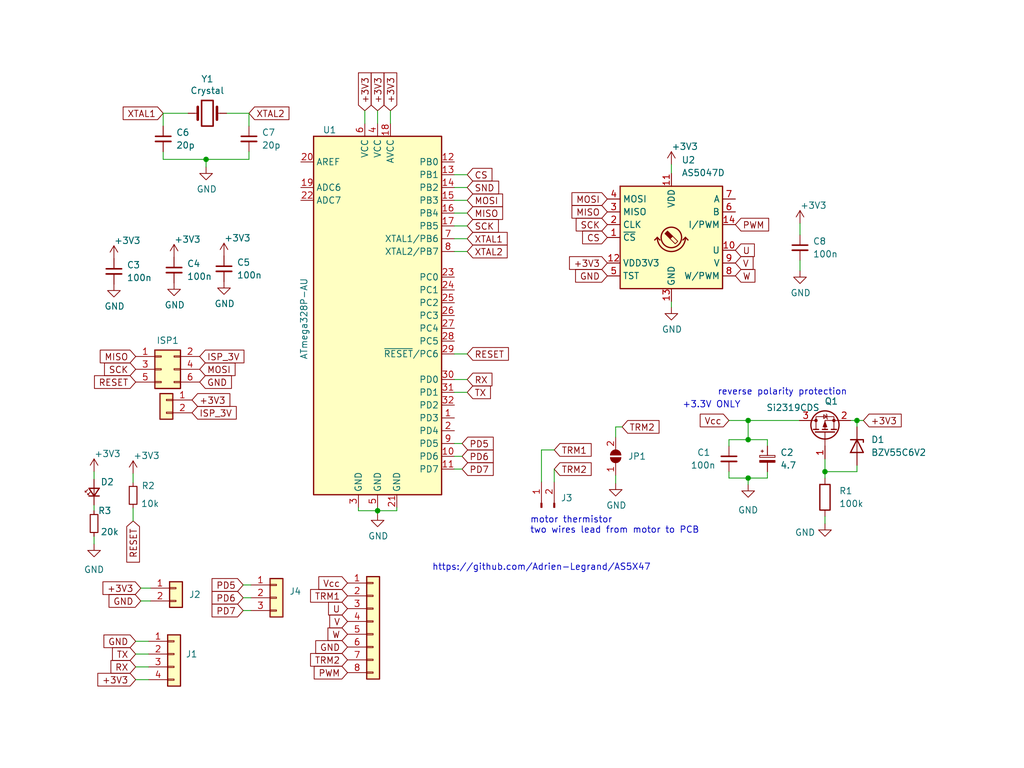
<source format=kicad_sch>
(kicad_sch (version 20211123) (generator eeschema)
  (paper "User" 203.2 152.4)
  (lib_symbols
    (symbol "Connector:Conn_01x02_Male" (pin_names (offset 1.016) hide)
      (property "Reference" "J" (at 0 2.54 0))
      (property "Value" "Conn_01x02_Male" (at 0 -5.08 0))
      (symbol "Conn_01x02_Male_1_1"
        (polyline (pts (xy 1.27 -2.54) (xy 0.8636 -2.54)) (stroke (width 0.1524)))
        (polyline (pts (xy 1.27 0) (xy 0.8636 0)) (stroke (width 0.1524)))
        (rectangle (start 0.8636 -2.413) (end 0 -2.667) (stroke (width 0.1524)) (fill (type outline)))
        (rectangle (start 0.8636 0.127) (end 0 -0.127) (stroke (width 0.1524)) (fill (type outline)))
        (pin passive line (at 5.08 0 180) (length 3.81) (name "Pin_1") (number "1"))
        (pin passive line (at 5.08 -2.54 180) (length 3.81) (name "Pin_2") (number "2"))
      )
    )
    (symbol "Connector_Generic:Conn_01x02" (pin_names (offset 1.016) hide)
      (property "Reference" "J" (at 0 2.54 0))
      (property "Value" "Conn_01x02" (at 0 -5.08 0))
      (symbol "Conn_01x02_1_1"
        (rectangle (start -1.27 -2.413) (end 0 -2.667) (stroke (width 0.1524)))
        (rectangle (start -1.27 0.127) (end 0 -0.127) (stroke (width 0.1524)))
        (rectangle (start -1.27 1.27) (end 1.27 -3.81) (stroke (width 0.254)) (fill (type background)))
        (pin passive line (at -5.08 0 0) (length 3.81) (name "Pin_1") (number "1"))
        (pin passive line (at -5.08 -2.54 0) (length 3.81) (name "Pin_2") (number "2"))
      )
    )
    (symbol "Connector_Generic:Conn_01x03" (pin_names (offset 1.016) hide)
      (property "Reference" "J" (at 0 5.08 0))
      (property "Value" "Conn_01x03" (at 0 -5.08 0))
      (symbol "Conn_01x03_1_1"
        (rectangle (start -1.27 -2.413) (end 0 -2.667) (stroke (width 0.1524)))
        (rectangle (start -1.27 0.127) (end 0 -0.127) (stroke (width 0.1524)))
        (rectangle (start -1.27 2.667) (end 0 2.413) (stroke (width 0.1524)))
        (rectangle (start -1.27 3.81) (end 1.27 -3.81) (stroke (width 0.254)) (fill (type background)))
        (pin passive line (at -5.08 2.54 0) (length 3.81) (name "Pin_1") (number "1"))
        (pin passive line (at -5.08 0 0) (length 3.81) (name "Pin_2") (number "2"))
        (pin passive line (at -5.08 -2.54 0) (length 3.81) (name "Pin_3") (number "3"))
      )
    )
    (symbol "Connector_Generic:Conn_01x04" (pin_names (offset 1.016) hide)
      (property "Reference" "J" (at 0 5.08 0))
      (property "Value" "Conn_01x04" (at 0 -7.62 0))
      (symbol "Conn_01x04_1_1"
        (rectangle (start -1.27 -4.953) (end 0 -5.207) (stroke (width 0.1524)))
        (rectangle (start -1.27 -2.413) (end 0 -2.667) (stroke (width 0.1524)))
        (rectangle (start -1.27 0.127) (end 0 -0.127) (stroke (width 0.1524)))
        (rectangle (start -1.27 2.667) (end 0 2.413) (stroke (width 0.1524)))
        (rectangle (start -1.27 3.81) (end 1.27 -6.35) (stroke (width 0.254)) (fill (type background)))
        (pin passive line (at -5.08 2.54 0) (length 3.81) (name "Pin_1") (number "1"))
        (pin passive line (at -5.08 0 0) (length 3.81) (name "Pin_2") (number "2"))
        (pin passive line (at -5.08 -2.54 0) (length 3.81) (name "Pin_3") (number "3"))
        (pin passive line (at -5.08 -5.08 0) (length 3.81) (name "Pin_4") (number "4"))
      )
    )
    (symbol "Connector_Generic:Conn_01x08" (pin_names (offset 1.016) hide)
      (property "Reference" "J" (at 0 10.16 0))
      (property "Value" "Conn_01x08" (at 0 -12.7 0))
      (symbol "Conn_01x08_1_1"
        (rectangle (start -1.27 -10.033) (end 0 -10.287) (stroke (width 0.1524)))
        (rectangle (start -1.27 -7.493) (end 0 -7.747) (stroke (width 0.1524)))
        (rectangle (start -1.27 -4.953) (end 0 -5.207) (stroke (width 0.1524)))
        (rectangle (start -1.27 -2.413) (end 0 -2.667) (stroke (width 0.1524)))
        (rectangle (start -1.27 0.127) (end 0 -0.127) (stroke (width 0.1524)))
        (rectangle (start -1.27 2.667) (end 0 2.413) (stroke (width 0.1524)))
        (rectangle (start -1.27 5.207) (end 0 4.953) (stroke (width 0.1524)))
        (rectangle (start -1.27 7.747) (end 0 7.493) (stroke (width 0.1524)))
        (rectangle (start -1.27 8.89) (end 1.27 -11.43) (stroke (width 0.254)) (fill (type background)))
        (pin passive line (at -5.08 7.62 0) (length 3.81) (name "Pin_1") (number "1"))
        (pin passive line (at -5.08 5.08 0) (length 3.81) (name "Pin_2") (number "2"))
        (pin passive line (at -5.08 2.54 0) (length 3.81) (name "Pin_3") (number "3"))
        (pin passive line (at -5.08 0 0) (length 3.81) (name "Pin_4") (number "4"))
        (pin passive line (at -5.08 -2.54 0) (length 3.81) (name "Pin_5") (number "5"))
        (pin passive line (at -5.08 -5.08 0) (length 3.81) (name "Pin_6") (number "6"))
        (pin passive line (at -5.08 -7.62 0) (length 3.81) (name "Pin_7") (number "7"))
        (pin passive line (at -5.08 -10.16 0) (length 3.81) (name "Pin_8") (number "8"))
      )
    )
    (symbol "Connector_Generic:Conn_02x03_Odd_Even" (pin_names (offset 1.016) hide)
      (property "Reference" "ISP1" (at 1.27 5.715 0))
      (symbol "Conn_02x03_Odd_Even_1_1"
        (rectangle (start -1.27 -2.413) (end 0 -2.667) (stroke (width 0.1524)))
        (rectangle (start -1.27 0.127) (end 0 -0.127) (stroke (width 0.1524)))
        (rectangle (start -1.27 2.667) (end 0 2.413) (stroke (width 0.1524)))
        (rectangle (start -1.27 3.81) (end 3.81 -3.81) (stroke (width 0.254)) (fill (type background)))
        (rectangle (start 3.81 -2.413) (end 2.54 -2.667) (stroke (width 0.1524)))
        (rectangle (start 3.81 0.127) (end 2.54 -0.127) (stroke (width 0.1524)))
        (rectangle (start 3.81 2.667) (end 2.54 2.413) (stroke (width 0.1524)))
        (pin passive line (at -5.08 2.54 0) (length 3.81) (name "Pin_1") (number "1"))
        (pin passive line (at 7.62 2.54 180) (length 3.81) (name "Pin_2") (number "2"))
        (pin passive line (at -5.08 0 0) (length 3.81) (name "Pin_3") (number "3"))
        (pin passive line (at 7.62 0 180) (length 3.81) (name "Pin_4") (number "4"))
        (pin passive line (at -5.08 -2.54 0) (length 3.81) (name "Pin_5") (number "5"))
        (pin passive line (at 7.62 -2.54 180) (length 3.81) (name "Pin_6") (number "6"))
      )
    )
    (symbol "Device:C_Polarized_Small" (pin_numbers hide) (pin_names (offset 0.254) hide)
      (property "Reference" "C" (at 0.254 1.778 0))
      (property "Value" "C_Polarized_Small" (at 0.254 -2.032 0))
      (symbol "C_Polarized_Small_0_1"
        (rectangle (start -1.524 -0.3048) (end 1.524 -0.6858) (fill (type outline)))
        (rectangle (start -1.524 0.6858) (end 1.524 0.3048))
        (polyline (pts (xy -1.27 1.524) (xy -0.762 1.524)))
        (polyline (pts (xy -1.016 1.27) (xy -1.016 1.778)))
      )
      (symbol "C_Polarized_Small_1_1"
        (pin passive line (at 0 2.54 270) (length 1.8542) (name "~") (number "1"))
        (pin passive line (at 0 -2.54 90) (length 1.8542) (name "~") (number "2"))
      )
    )
    (symbol "Device:C_Small" (pin_numbers hide) (pin_names (offset 0.254) hide)
      (property "Reference" "C" (at 0.254 1.778 0))
      (property "Value" "C_Small" (at 0.254 -2.032 0))
      (symbol "C_Small_0_1"
        (polyline (pts (xy -1.524 -0.508) (xy 1.524 -0.508)) (stroke (width 0.3302)))
        (polyline (pts (xy -1.524 0.508) (xy 1.524 0.508)) (stroke (width 0.3048)))
      )
      (symbol "C_Small_1_1"
        (pin passive line (at 0 2.54 270) (length 2.032) (name "~") (number "1"))
        (pin passive line (at 0 -2.54 90) (length 2.032) (name "~") (number "2"))
      )
    )
    (symbol "Device:Crystal" (pin_numbers hide) (pin_names (offset 1.016) hide)
      (property "Reference" "Y" (at 0 3.81 0))
      (property "Value" "Crystal" (at 0 -3.81 0))
      (symbol "Crystal_0_1"
        (rectangle (start -1.143 2.54) (end 1.143 -2.54) (stroke (width 0.3048)))
        (polyline (pts (xy -2.54 0) (xy -1.905 0)))
        (polyline (pts (xy -1.905 -1.27) (xy -1.905 1.27)) (stroke (width 0.508)))
        (polyline (pts (xy 1.905 -1.27) (xy 1.905 1.27)) (stroke (width 0.508)))
        (polyline (pts (xy 2.54 0) (xy 1.905 0)))
      )
      (symbol "Crystal_1_1"
        (pin passive line (at -3.81 0 0) (length 1.27) (name "1") (number "1"))
        (pin passive line (at 3.81 0 180) (length 1.27) (name "2") (number "2"))
      )
    )
    (symbol "Device:LED_Small" (pin_numbers hide) (pin_names (offset 0.254) hide)
      (property "Reference" "D" (at -1.27 3.175 0))
      (property "Value" "LED_Small" (at -4.445 -2.54 0))
      (symbol "LED_Small_0_1"
        (polyline (pts (xy -0.762 -1.016) (xy -0.762 1.016)) (stroke (width 0.254)))
        (polyline (pts (xy 1.016 0) (xy -0.762 0)))
        (polyline (pts (xy 0.762 -1.016) (xy -0.762 0) (xy 0.762 1.016) (xy 0.762 -1.016)) (stroke (width 0.254)))
        (polyline (pts (xy 0 0.762) (xy -0.508 1.27) (xy -0.254 1.27) (xy -0.508 1.27) (xy -0.508 1.016)))
        (polyline (pts (xy 0.508 1.27) (xy 0 1.778) (xy 0.254 1.778) (xy 0 1.778) (xy 0 1.524)))
      )
      (symbol "LED_Small_1_1"
        (pin passive line (at -2.54 0 0) (length 1.778) (name "K") (number "1"))
        (pin passive line (at 2.54 0 180) (length 1.778) (name "A") (number "2"))
      )
    )
    (symbol "Device:R" (pin_numbers hide) (pin_names (offset 0))
      (property "Reference" "R" (at 2.032 0 90))
      (property "Value" "R" (at 0 0 90))
      (symbol "R_0_1"
        (rectangle (start -1.016 -2.54) (end 1.016 2.54) (stroke (width 0.254)))
      )
      (symbol "R_1_1"
        (pin passive line (at 0 3.81 270) (length 1.27) (name "~") (number "1"))
        (pin passive line (at 0 -3.81 90) (length 1.27) (name "~") (number "2"))
      )
    )
    (symbol "Device:R_Small" (pin_numbers hide) (pin_names (offset 0.254) hide)
      (property "Reference" "R" (at 0.762 0.508 0))
      (property "Value" "R_Small" (at 0.762 -1.016 0))
      (symbol "R_Small_0_1"
        (rectangle (start -0.762 1.778) (end 0.762 -1.778) (stroke (width 0.2032)))
      )
      (symbol "R_Small_1_1"
        (pin passive line (at 0 2.54 270) (length 0.762) (name "~") (number "1"))
        (pin passive line (at 0 -2.54 90) (length 0.762) (name "~") (number "2"))
      )
    )
    (symbol "Diode:BZV55B10" (pin_numbers hide) (pin_names hide)
      (property "Reference" "D" (at 0 2.54 0))
      (property "Value" "BZV55B10" (at 0 -2.54 0))
      (symbol "BZV55B10_0_1"
        (polyline (pts (xy 1.27 0) (xy -1.27 0)))
        (polyline (pts (xy -1.27 -1.27) (xy -1.27 1.27) (xy -0.762 1.27)) (stroke (width 0.254)))
        (polyline (pts (xy 1.27 -1.27) (xy 1.27 1.27) (xy -1.27 0) (xy 1.27 -1.27)) (stroke (width 0.254)))
      )
      (symbol "BZV55B10_1_1"
        (pin passive line (at -3.81 0 0) (length 2.54) (name "K") (number "1"))
        (pin passive line (at 3.81 0 180) (length 2.54) (name "A") (number "2"))
      )
    )
    (symbol "Jumper:SolderJumper_2_Open" (pin_names (offset 0) hide)
      (property "Reference" "JP" (at 0 2.032 0))
      (property "Value" "SolderJumper_2_Open" (at 0 -2.54 0))
      (symbol "SolderJumper_2_Open_0_1"
        (arc (start -0.254 1.016) (mid -1.27 0) (end -0.254 -1.016))
        (arc (start -0.254 1.016) (mid -1.27 0) (end -0.254 -1.016) (fill (type outline)))
        (polyline (pts (xy -0.254 1.016) (xy -0.254 -1.016)))
        (polyline (pts (xy 0.254 1.016) (xy 0.254 -1.016)))
        (arc (start 0.254 -1.016) (mid 1.27 0) (end 0.254 1.016))
        (arc (start 0.254 -1.016) (mid 1.27 0) (end 0.254 1.016) (fill (type outline)))
      )
      (symbol "SolderJumper_2_Open_1_1"
        (pin passive line (at -3.81 0 0) (length 2.54) (name "A") (number "1"))
        (pin passive line (at 3.81 0 180) (length 2.54) (name "B") (number "2"))
      )
    )
    (symbol "Sensor_Magnetic:AS5047D"
      (property "Reference" "U" (at -8.89 11.43 0))
      (property "Value" "AS5047D" (at 5.08 11.43 0))
      (symbol "AS5047D_1_1"
        (rectangle (start -10.16 10.16) (end 10.16 -10.16) (stroke (width 0.254)) (fill (type background)))
        (arc (start -2.794 0) (mid 0 -2.794) (end 2.794 0) (stroke (width 0.254)))
        (polyline (pts (xy -2.794 0) (xy -3.302 -0.508)) (stroke (width 0.254)))
        (polyline (pts (xy -2.794 0) (xy -2.286 -0.508)) (stroke (width 0.254)))
        (polyline (pts (xy 2.794 0) (xy 2.286 -0.508)) (stroke (width 0.254)))
        (polyline (pts (xy 2.794 0) (xy 3.302 -0.508)) (stroke (width 0.254)))
        (polyline (pts (xy 0.254 0.254) (xy 1.27 -0.762) (xy 0.762 -1.27) (xy -0.254 -0.254)))
        (polyline (pts (xy -0.762 1.27) (xy 0.254 0.254) (xy -0.254 -0.254) (xy -1.27 0.762) (xy -1.016 1.016) (xy -0.762 1.27) (xy -0.635 1.143)) (fill (type outline)))
        (circle (center 0 0) (radius 2.032) (stroke (width 0.254)))
        (pin input line (at -12.7 0 0) (length 2.54) (name "~{CS}") (number "1"))
        (pin output line (at 12.7 -2.54 180) (length 2.54) (name "U") (number "10"))
        (pin power_in line (at 0 12.7 270) (length 2.54) (name "VDD") (number "11"))
        (pin power_out line (at -12.7 -5.08 0) (length 2.54) (name "VDD3V3") (number "12"))
        (pin power_in line (at 0 -12.7 90) (length 2.54) (name "GND") (number "13"))
        (pin output line (at 12.7 2.54 180) (length 2.54) (name "I/PWM") (number "14"))
        (pin input line (at -12.7 2.54 0) (length 2.54) (name "CLK") (number "2"))
        (pin output line (at -12.7 5.08 0) (length 2.54) (name "MISO") (number "3"))
        (pin input line (at -12.7 7.62 0) (length 2.54) (name "MOSI") (number "4"))
        (pin input line (at -12.7 -7.62 0) (length 2.54) (name "TST") (number "5"))
        (pin output line (at 12.7 5.08 180) (length 2.54) (name "B") (number "6"))
        (pin output line (at 12.7 7.62 180) (length 2.54) (name "A") (number "7"))
        (pin output line (at 12.7 -7.62 180) (length 2.54) (name "W/PWM") (number "8"))
        (pin output line (at 12.7 -5.08 180) (length 2.54) (name "V") (number "9"))
      )
    )
    (symbol "Transistor_FET:Si2319CDS" (pin_names hide)
      (property "Reference" "Q" (at 5.08 1.905 0))
      (property "Value" "Si2319CDS" (at 5.08 0 0))
      (symbol "Si2319CDS_0_1"
        (polyline (pts (xy 0.254 0) (xy -2.54 0)))
        (polyline (pts (xy 0.254 1.905) (xy 0.254 -1.905)) (stroke (width 0.254)))
        (polyline (pts (xy 0.762 -1.27) (xy 0.762 -2.286)) (stroke (width 0.254)))
        (polyline (pts (xy 0.762 0.508) (xy 0.762 -0.508)) (stroke (width 0.254)))
        (polyline (pts (xy 0.762 2.286) (xy 0.762 1.27)) (stroke (width 0.254)))
        (polyline (pts (xy 2.54 2.54) (xy 2.54 1.778)))
        (polyline (pts (xy 2.54 -2.54) (xy 2.54 0) (xy 0.762 0)))
        (polyline (pts (xy 0.762 1.778) (xy 3.302 1.778) (xy 3.302 -1.778) (xy 0.762 -1.778)))
        (polyline (pts (xy 2.286 0) (xy 1.27 0.381) (xy 1.27 -0.381) (xy 2.286 0)) (fill (type outline)))
        (polyline (pts (xy 2.794 -0.508) (xy 2.921 -0.381) (xy 3.683 -0.381) (xy 3.81 -0.254)))
        (polyline (pts (xy 3.302 -0.381) (xy 2.921 0.254) (xy 3.683 0.254) (xy 3.302 -0.381)))
        (circle (center 1.651 0) (radius 2.794) (stroke (width 0.254)))
        (circle (center 2.54 -1.778) (radius 0.254) (fill (type outline)))
        (circle (center 2.54 1.778) (radius 0.254) (fill (type outline)))
      )
      (symbol "Si2319CDS_1_1"
        (pin input line (at -5.08 0 0) (length 2.54) (name "G") (number "1"))
        (pin passive line (at 2.54 -5.08 90) (length 2.54) (name "S") (number "2"))
        (pin passive line (at 2.54 5.08 270) (length 2.54) (name "D") (number "3"))
      )
    )
    (symbol "atmega328-rescue:ATmega328P-AU-MCU_Microchip_ATmega"
      (property "Reference" "U" (at -12.7 36.83 0))
      (property "Value" "ATmega328P-AU-MCU_Microchip_ATmega" (at 11.43 -36.83 0))
      (symbol "ATmega328P-AU-MCU_Microchip_ATmega_0_1"
        (rectangle (start -12.7 -35.56) (end 12.7 35.56) (stroke (width 0.254)) (fill (type background)))
      )
      (symbol "ATmega328P-AU-MCU_Microchip_ATmega_1_1"
        (pin bidirectional line (at 15.24 -20.32 180) (length 2.54) (name "PD3") (number "1"))
        (pin bidirectional line (at 15.24 -27.94 180) (length 2.54) (name "PD6") (number "10"))
        (pin bidirectional line (at 15.24 -30.48 180) (length 2.54) (name "PD7") (number "11"))
        (pin bidirectional line (at 15.24 30.48 180) (length 2.54) (name "PB0") (number "12"))
        (pin bidirectional line (at 15.24 27.94 180) (length 2.54) (name "PB1") (number "13"))
        (pin bidirectional line (at 15.24 25.4 180) (length 2.54) (name "PB2") (number "14"))
        (pin bidirectional line (at 15.24 22.86 180) (length 2.54) (name "PB3") (number "15"))
        (pin bidirectional line (at 15.24 20.32 180) (length 2.54) (name "PB4") (number "16"))
        (pin bidirectional line (at 15.24 17.78 180) (length 2.54) (name "PB5") (number "17"))
        (pin power_in line (at 2.54 38.1 270) (length 2.54) (name "AVCC") (number "18"))
        (pin input line (at -15.24 25.4 0) (length 2.54) (name "ADC6") (number "19"))
        (pin bidirectional line (at 15.24 -22.86 180) (length 2.54) (name "PD4") (number "2"))
        (pin passive line (at -15.24 30.48 0) (length 2.54) (name "AREF") (number "20"))
        (pin passive line (at 3.81 -38.1 90) (length 2.54) (name "GND") (number "21"))
        (pin input line (at -15.24 22.86 0) (length 2.54) (name "ADC7") (number "22"))
        (pin bidirectional line (at 15.24 7.62 180) (length 2.54) (name "PC0") (number "23"))
        (pin bidirectional line (at 15.24 5.08 180) (length 2.54) (name "PC1") (number "24"))
        (pin bidirectional line (at 15.24 2.54 180) (length 2.54) (name "PC2") (number "25"))
        (pin bidirectional line (at 15.24 0 180) (length 2.54) (name "PC3") (number "26"))
        (pin bidirectional line (at 15.24 -2.54 180) (length 2.54) (name "PC4") (number "27"))
        (pin bidirectional line (at 15.24 -5.08 180) (length 2.54) (name "PC5") (number "28"))
        (pin bidirectional line (at 15.24 -7.62 180) (length 2.54) (name "~{RESET}/PC6") (number "29"))
        (pin power_in line (at -3.81 -38.1 90) (length 2.54) (name "GND") (number "3"))
        (pin bidirectional line (at 15.24 -12.7 180) (length 2.54) (name "PD0") (number "30"))
        (pin bidirectional line (at 15.24 -15.24 180) (length 2.54) (name "PD1") (number "31"))
        (pin bidirectional line (at 15.24 -17.78 180) (length 2.54) (name "PD2") (number "32"))
        (pin power_in line (at 0 38.1 270) (length 2.54) (name "VCC") (number "4"))
        (pin passive line (at 0 -38.1 90) (length 2.54) (name "GND") (number "5"))
        (pin passive line (at -2.54 38.1 270) (length 2.54) (name "VCC") (number "6"))
        (pin bidirectional line (at 15.24 15.24 180) (length 2.54) (name "XTAL1/PB6") (number "7"))
        (pin bidirectional line (at 15.24 12.7 180) (length 2.54) (name "XTAL2/PB7") (number "8"))
        (pin bidirectional line (at 15.24 -25.4 180) (length 2.54) (name "PD5") (number "9"))
      )
    )
    (symbol "power:+3V3" (power) (pin_names (offset 0))
      (property "Value" "+3V3" (at 0 3.556 0))
      (symbol "+3V3_0_1"
        (polyline (pts (xy -0.762 1.27) (xy 0 2.54)))
        (polyline (pts (xy 0 0) (xy 0 2.54)))
        (polyline (pts (xy 0 2.54) (xy 0.762 1.27)))
      )
      (symbol "+3V3_1_1"
        (pin power_in line (at 0 0 90) (length 0) hide (name "+3V3") (number "1"))
      )
    )
    (symbol "power:GND" (power) (pin_names (offset 0))
      (property "Value" "GND" (at 0 -3.81 0))
      (symbol "GND_0_1"
        (polyline (pts (xy 0 0) (xy 0 -1.27) (xy 1.27 -1.27) (xy 0 -2.54) (xy -1.27 -1.27) (xy 0 -1.27)))
      )
      (symbol "GND_1_1"
        (pin power_in line (at 0 0 270) (length 0) hide (name "GND") (number "1"))
      )
    )
  )
  (junction (at 163.703 93.599))
  (junction (at 40.894 31.623))
  (junction (at 148.463 87.249))
  (junction (at 170.053 83.439))
  (junction (at 74.93 101.346))
  (junction (at 148.463 83.439))
  (junction (at 148.463 94.869))
  (wire (pts (xy 122.174 84.709) (xy 122.174 86.741)))
  (wire (pts (xy 163.703 93.599) (xy 163.703 94.869)))
  (wire (pts (xy 152.273 88.519) (xy 152.273 87.249)))
  (wire (pts (xy 92.71 34.671) (xy 90.17 34.671)))
  (wire (pts (xy 92.71 77.851) (xy 90.17 77.851)))
  (wire (pts (xy 32.385 31.623) (xy 40.894 31.623)))
  (wire (pts (xy 26.924 134.874) (xy 29.464 134.874)))
  (wire (pts (xy 92.71 49.911) (xy 90.17 49.911)))
  (wire (pts (xy 18.669 100.203) (xy 18.669 101.346)))
  (wire (pts (xy 92.71 75.311) (xy 90.17 75.311)))
  (wire (pts (xy 49.784 121.158) (xy 48.26 121.158)))
  (wire (pts (xy 92.71 39.751) (xy 90.17 39.751)))
  (wire (pts (xy 144.653 83.439) (xy 148.463 83.439)))
  (wire (pts (xy 71.12 100.711) (xy 71.12 101.346)))
  (wire (pts (xy 144.653 88.519) (xy 144.653 87.249)))
  (wire (pts (xy 32.385 22.479) (xy 37.338 22.479)))
  (wire (pts (xy 74.93 101.346) (xy 74.93 100.711)))
  (wire (pts (xy 148.463 83.439) (xy 158.623 83.439)))
  (wire (pts (xy 26.416 103.378) (xy 26.416 100.838)))
  (wire (pts (xy 32.385 25.019) (xy 32.385 22.479)))
  (wire (pts (xy 133.223 32.639) (xy 133.223 34.417)))
  (wire (pts (xy 109.982 93.091) (xy 109.982 95.631)))
  (wire (pts (xy 148.463 94.869) (xy 152.273 94.869)))
  (wire (pts (xy 26.416 93.98) (xy 26.416 95.758)))
  (wire (pts (xy 32.385 30.099) (xy 32.385 31.623)))
  (wire (pts (xy 144.653 93.599) (xy 144.653 94.869)))
  (wire (pts (xy 148.463 94.869) (xy 148.463 96.139)))
  (wire (pts (xy 49.403 31.623) (xy 49.403 30.099)))
  (wire (pts (xy 170.053 83.439) (xy 171.323 83.439)))
  (wire (pts (xy 170.053 92.329) (xy 170.053 93.599)))
  (wire (pts (xy 18.669 93.599) (xy 18.669 95.123)))
  (wire (pts (xy 170.053 83.439) (xy 170.053 84.709)))
  (wire (pts (xy 152.273 94.869) (xy 152.273 93.599)))
  (wire (pts (xy 123.444 84.709) (xy 122.174 84.709)))
  (wire (pts (xy 92.71 42.291) (xy 90.17 42.291)))
  (wire (pts (xy 158.75 44.323) (xy 158.75 46.609)))
  (wire (pts (xy 90.17 93.091) (xy 91.694 93.091)))
  (wire (pts (xy 40.894 31.623) (xy 40.894 33.147)))
  (wire (pts (xy 144.653 87.249) (xy 148.463 87.249)))
  (wire (pts (xy 71.12 101.346) (xy 74.93 101.346)))
  (wire (pts (xy 92.71 70.231) (xy 90.17 70.231)))
  (wire (pts (xy 92.71 37.211) (xy 90.17 37.211)))
  (wire (pts (xy 168.783 83.439) (xy 170.053 83.439)))
  (wire (pts (xy 122.174 94.361) (xy 122.174 95.885)))
  (wire (pts (xy 158.75 51.689) (xy 158.75 53.721)))
  (wire (pts (xy 49.403 22.479) (xy 44.958 22.479)))
  (wire (pts (xy 26.924 129.794) (xy 29.464 129.794)))
  (wire (pts (xy 77.47 21.971) (xy 77.47 24.511)))
  (wire (pts (xy 49.403 25.019) (xy 49.403 22.479)))
  (wire (pts (xy 27.94 116.713) (xy 29.845 116.713)))
  (wire (pts (xy 90.17 90.551) (xy 91.694 90.551)))
  (wire (pts (xy 27.94 119.253) (xy 29.845 119.253)))
  (wire (pts (xy 92.71 47.371) (xy 90.17 47.371)))
  (wire (pts (xy 72.39 24.511) (xy 72.39 21.971)))
  (wire (pts (xy 90.17 88.011) (xy 91.694 88.011)))
  (wire (pts (xy 107.442 89.281) (xy 107.442 95.631)))
  (wire (pts (xy 74.93 101.981) (xy 74.93 101.346)))
  (wire (pts (xy 163.703 91.059) (xy 163.703 93.599)))
  (wire (pts (xy 109.982 89.281) (xy 107.442 89.281)))
  (wire (pts (xy 26.924 127.254) (xy 29.464 127.254)))
  (wire (pts (xy 163.703 93.599) (xy 170.053 93.599)))
  (wire (pts (xy 163.703 102.489) (xy 163.703 103.886)))
  (wire (pts (xy 92.71 44.831) (xy 90.17 44.831)))
  (wire (pts (xy 78.74 101.346) (xy 74.93 101.346)))
  (wire (pts (xy 144.653 94.869) (xy 148.463 94.869)))
  (wire (pts (xy 148.463 83.439) (xy 148.463 87.249)))
  (wire (pts (xy 49.784 118.618) (xy 48.26 118.618)))
  (wire (pts (xy 148.463 87.249) (xy 152.273 87.249)))
  (wire (pts (xy 49.784 116.078) (xy 48.26 116.078)))
  (wire (pts (xy 74.93 21.971) (xy 74.93 24.511)))
  (wire (pts (xy 26.924 132.334) (xy 29.464 132.334)))
  (wire (pts (xy 133.223 59.817) (xy 133.223 60.96)))
  (wire (pts (xy 78.74 100.711) (xy 78.74 101.346)))
  (wire (pts (xy 40.894 31.623) (xy 49.403 31.623)))
  (wire (pts (xy 18.669 106.426) (xy 18.669 107.95)))
  (text "+3.3V ONLY" (at 135.382 81.153 0) (effects (font (size 1.27 1.27)) (justify left bottom)))
  (text "motor thermistor\ntwo wires lead from motor to PCB" (at 105.156 106.045 0) (effects (font (size 1.27 1.27)) (justify left bottom)))
  (text "reverse polarity protection" (at 142.367 78.613 0) (effects (font (size 1.27 1.27)) (justify left bottom)))
  (text "https://github.com/Adrien-Legrand/AS5X47" (at 85.725 113.411 0) (effects (font (size 1.27 1.27)) (justify left bottom)))
  (global_label "SND" (shape input) (at 92.71 37.211 0) (property "Intersheet References" "${INTERSHEET_REFS}" (effects hide)))
  (global_label "+3V3" (shape input) (at 72.39 21.971 90) (property "Intersheet References" "${INTERSHEET_REFS}" (effects hide)))
  (global_label "RESET" (shape input) (at 92.71 70.231 0) (property "Intersheet References" "${INTERSHEET_REFS}" (effects hide)))
  (global_label "MISO" (shape input) (at 120.523 42.037 180) (property "Intersheet References" "${INTERSHEET_REFS}" (effects hide)))
  (global_label "PD7" (shape input) (at 48.26 121.158 180) (property "Intersheet References" "${INTERSHEET_REFS}" (effects hide)))
  (global_label "SCK" (shape input) (at 92.71 44.831 0) (property "Intersheet References" "${INTERSHEET_REFS}" (effects hide)))
  (global_label "V" (shape input) (at 68.961 123.317 180) (property "Intersheet References" "${INTERSHEET_REFS}" (effects hide)))
  (global_label "Vcc" (shape input) (at 144.653 83.439 180) (property "Intersheet References" "${INTERSHEET_REFS}" (effects hide)))
  (global_label "PWM" (shape input) (at 68.961 133.477 180) (property "Intersheet References" "${INTERSHEET_REFS}" (effects hide)))
  (global_label "MOSI" (shape input) (at 120.523 39.497 180) (property "Intersheet References" "${INTERSHEET_REFS}" (effects hide)))
  (global_label "ISP_3V" (shape input) (at 38.1 81.915 0) (property "Intersheet References" "${INTERSHEET_REFS}" (effects hide)))
  (global_label "GND" (shape input) (at 27.94 119.253 180) (property "Intersheet References" "${INTERSHEET_REFS}" (effects hide)))
  (global_label "+3V3" (shape input) (at 74.93 21.971 90) (property "Intersheet References" "${INTERSHEET_REFS}" (effects hide)))
  (global_label "+3V3" (shape input) (at 77.47 21.971 90) (property "Intersheet References" "${INTERSHEET_REFS}" (effects hide)))
  (global_label "MISO" (shape input) (at 92.71 42.291 0) (property "Intersheet References" "${INTERSHEET_REFS}" (effects hide)))
  (global_label "GND" (shape input) (at 120.523 54.737 180) (property "Intersheet References" "${INTERSHEET_REFS}" (effects hide)))
  (global_label "TRM1" (shape input) (at 109.982 89.281 0) (property "Intersheet References" "${INTERSHEET_REFS}" (effects hide)))
  (global_label "U" (shape input) (at 145.923 49.657 0) (property "Intersheet References" "${INTERSHEET_REFS}" (effects hide)))
  (global_label "RX" (shape input) (at 92.71 75.311 0) (property "Intersheet References" "${INTERSHEET_REFS}" (effects hide)))
  (global_label "PWM" (shape input) (at 145.923 44.577 0) (property "Intersheet References" "${INTERSHEET_REFS}" (effects hide)))
  (global_label "RESET" (shape input) (at 26.416 103.378 270) (property "Intersheet References" "${INTERSHEET_REFS}" (effects hide)))
  (global_label "PD7" (shape input) (at 91.694 93.091 0) (property "Intersheet References" "${INTERSHEET_REFS}" (effects hide)))
  (global_label "XTAL1" (shape input) (at 32.385 22.479 180) (property "Intersheet References" "${INTERSHEET_REFS}" (effects hide)))
  (global_label "XTAL1" (shape input) (at 92.71 47.371 0) (property "Intersheet References" "${INTERSHEET_REFS}" (effects hide)))
  (global_label "CS" (shape input) (at 92.71 34.671 0) (property "Intersheet References" "${INTERSHEET_REFS}" (effects hide)))
  (global_label "GND" (shape input) (at 68.961 128.397 180) (property "Intersheet References" "${INTERSHEET_REFS}" (effects hide)))
  (global_label "PD5" (shape input) (at 91.694 88.011 0) (property "Intersheet References" "${INTERSHEET_REFS}" (effects hide)))
  (global_label "ISP_3V" (shape input) (at 39.624 70.739 0) (property "Intersheet References" "${INTERSHEET_REFS}" (effects hide)))
  (global_label "U" (shape input) (at 68.961 120.777 180) (property "Intersheet References" "${INTERSHEET_REFS}" (effects hide)))
  (global_label "SCK" (shape input) (at 120.523 44.577 180) (property "Intersheet References" "${INTERSHEET_REFS}" (effects hide)))
  (global_label "+3V3" (shape input) (at 27.94 116.713 180) (property "Intersheet References" "${INTERSHEET_REFS}" (effects hide)))
  (global_label "+3V3" (shape input) (at 26.924 134.874 180) (property "Intersheet References" "${INTERSHEET_REFS}" (effects hide)))
  (global_label "TRM1" (shape input) (at 68.961 118.237 180) (property "Intersheet References" "${INTERSHEET_REFS}" (effects hide)))
  (global_label "TRM2" (shape input) (at 123.444 84.709 0) (property "Intersheet References" "${INTERSHEET_REFS}" (effects hide)))
  (global_label "GND" (shape input) (at 26.924 127.254 180) (property "Intersheet References" "${INTERSHEET_REFS}" (effects hide)))
  (global_label "XTAL2" (shape input) (at 92.71 49.911 0) (property "Intersheet References" "${INTERSHEET_REFS}" (effects hide)))
  (global_label "RX" (shape input) (at 26.924 132.334 180) (property "Intersheet References" "${INTERSHEET_REFS}" (effects hide)))
  (global_label "TX" (shape input) (at 92.71 77.851 0) (property "Intersheet References" "${INTERSHEET_REFS}" (effects hide)))
  (global_label "+3V3" (shape input) (at 120.523 52.197 180) (property "Intersheet References" "${INTERSHEET_REFS}" (effects hide)))
  (global_label "Vcc" (shape input) (at 68.961 115.697 180) (property "Intersheet References" "${INTERSHEET_REFS}" (effects hide)))
  (global_label "SCK" (shape input) (at 26.924 73.279 180) (property "Intersheet References" "${INTERSHEET_REFS}" (effects hide)))
  (global_label "TRM2" (shape input) (at 68.961 130.937 180) (property "Intersheet References" "${INTERSHEET_REFS}" (effects hide)))
  (global_label "MOSI" (shape input) (at 39.624 73.279 0) (property "Intersheet References" "${INTERSHEET_REFS}" (effects hide)))
  (global_label "+3V3" (shape input) (at 38.1 79.375 0) (property "Intersheet References" "${INTERSHEET_REFS}" (effects hide)))
  (global_label "W" (shape input) (at 145.923 54.737 0) (property "Intersheet References" "${INTERSHEET_REFS}" (effects hide)))
  (global_label "PD6" (shape input) (at 48.26 118.618 180) (property "Intersheet References" "${INTERSHEET_REFS}" (effects hide)))
  (global_label "V" (shape input) (at 145.923 52.197 0) (property "Intersheet References" "${INTERSHEET_REFS}" (effects hide)))
  (global_label "RESET" (shape input) (at 26.924 75.819 180) (property "Intersheet References" "${INTERSHEET_REFS}" (effects hide)))
  (global_label "+3V3" (shape input) (at 171.323 83.439 0) (property "Intersheet References" "${INTERSHEET_REFS}" (effects hide)))
  (global_label "MISO" (shape input) (at 26.924 70.739 180) (property "Intersheet References" "${INTERSHEET_REFS}" (effects hide)))
  (global_label "XTAL2" (shape input) (at 49.403 22.479 0) (property "Intersheet References" "${INTERSHEET_REFS}" (effects hide)))
  (global_label "PD6" (shape input) (at 91.694 90.551 0) (property "Intersheet References" "${INTERSHEET_REFS}" (effects hide)))
  (global_label "PD5" (shape input) (at 48.26 116.078 180) (property "Intersheet References" "${INTERSHEET_REFS}" (effects hide)))
  (global_label "GND" (shape input) (at 39.624 75.819 0) (property "Intersheet References" "${INTERSHEET_REFS}" (effects hide)))
  (global_label "TRM2" (shape input) (at 109.982 93.091 0) (property "Intersheet References" "${INTERSHEET_REFS}" (effects hide)))
  (global_label "TX" (shape input) (at 26.924 129.794 180) (property "Intersheet References" "${INTERSHEET_REFS}" (effects hide)))
  (global_label "W" (shape input) (at 68.961 125.857 180) (property "Intersheet References" "${INTERSHEET_REFS}" (effects hide)))
  (global_label "MOSI" (shape input) (at 92.71 39.751 0) (property "Intersheet References" "${INTERSHEET_REFS}" (effects hide)))
  (global_label "CS" (shape input) (at 120.523 47.117 180) (property "Intersheet References" "${INTERSHEET_REFS}" (effects hide)))
  (symbol (lib_id "atmega328-rescue:ATmega328P-AU-MCU_Microchip_ATmega") (at 74.93 62.611 0) (unit 1)
    (property "Reference" "U1" (at 65.405 25.781 0))
    (property "Value" "ATmega328P-AU" (at 60.325 63.246 90))
    (property "Footprint" "Package_QFP:TQFP-32_7x7mm_P0.8mm" (effects hide))
    (property "Datasheet" "http://ww1.microchip.com/downloads/en/DeviceDoc/ATmega328_P%20AVR%20MCU%20with%20picoPower%20Technology%20Data%20Sheet%2040001984A.pdf" (effects hide))
    (property "LCSC" "C14877" (effects hide))
  )
  (symbol (lib_id "Device:Crystal") (at 41.148 22.479 0) (unit 1) (in_bom no)
    (property "Reference" "Y1" (at 41.148 15.6718 0))
    (property "Value" "Crystal" (at 41.148 17.9832 0))
    (property "Footprint" "Crystal:Crystal_SMD_5032-2Pin_5.0x3.2mm" (effects hide))
    (property "Datasheet" "https://datasheet.lcsc.com/lcsc/1811151425_TAE-Zhejiang-Abel-Elec-TAXM12M2QLFCDT1T_C122521.pdf" (effects hide))
  )
  (symbol (lib_id "Connector_Generic:Conn_02x03_Odd_Even") (at 32.004 73.279 0) (unit 1) (in_bom no)
    (property "Reference" "ISP1" (at 33.274 67.564 0))
    (property "Value" "Conn_02x03_Top_Bottom" (effects hide))
    (property "Footprint" "Connector_PinSocket_2.54mm:isp_6pin" (effects hide))
  )
  (symbol (lib_id "power:GND") (at 40.894 33.147 0) (unit 1)
    (property "Reference" "#PWR0105" (effects hide))
    (property "Value" "GND" (at 41.021 37.5412 0))
  )
  (symbol (lib_id "power:GND") (at 74.93 101.981 0) (unit 1)
    (property "Reference" "#PWR0106" (effects hide))
    (property "Value" "GND" (at 75.057 106.3752 0))
  )
  (symbol (lib_id "power:GND") (at 22.606 56.388 0) (unit 1)
    (property "Reference" "#PWR02" (effects hide))
    (property "Value" "GND" (at 22.733 60.7822 0))
  )
  (symbol (lib_id "Connector_Generic:Conn_01x04") (at 34.544 129.794 0) (unit 1) (in_bom no)
    (property "Reference" "J1" (at 36.83 129.7939 0) (effects (justify left)))
    (property "Value" "Conn_01x04" (effects hide))
    (property "Footprint" "Connector_PinHeader_2.54mm:PinHeader_1x04_P2.54mm_Vertical" (effects hide))
  )
  (symbol (lib_id "power:GND") (at 148.463 96.139 0) (unit 1)
    (property "Reference" "#PWR012" (effects hide))
    (property "Value" "GND" (at 148.463 101.219 0))
  )
  (symbol (lib_id "Device:C_Small") (at 158.75 49.149 0) (unit 1)
    (property "Reference" "C8" (at 161.29 47.879 0) (effects (justify left)))
    (property "Value" "100n" (at 161.29 50.419 0) (effects (justify left)))
    (property "Footprint" "Capacitor_SMD:C_0402_1005Metric" (effects hide))
    (property "Datasheet" "https://datasheet.lcsc.com/lcsc/1810191219_Samsung-Electro-Mechanics-CL05B104KO5NNNC_C1525.pdf" (effects hide))
    (property "LCSC" "C1525" (effects hide))
  )
  (symbol (lib_id "Device:C_Polarized_Small") (at 152.273 91.059 0) (unit 1)
    (property "Reference" "C2" (at 154.813 89.789 0) (effects (justify left)))
    (property "Value" "4.7" (at 154.813 92.329 0) (effects (justify left)))
    (property "Footprint" "Capacitor_Tantalum_SMD:CP_EIA-3216-18_Kemet-A" (effects hide))
    (property "Datasheet" "https://datasheet.lcsc.com/lcsc/1810191222_Samsung-Electro-Mechanics-CL05B104KB54PNC_C307331.pdf" (effects hide))
    (property "LCSC" "C110055" (effects hide))
  )
  (symbol (lib_id "power:GND") (at 133.223 60.96 0) (unit 1)
    (property "Reference" "#PWR0102" (effects hide))
    (property "Value" "GND" (at 133.35 65.3542 0))
  )
  (symbol (lib_id "power:+3V3") (at 18.669 93.599 0) (unit 1)
    (property "Reference" "#PWR0108" (effects hide))
    (property "Value" "+3V3" (at 21.336 90.043 0))
  )
  (symbol (lib_id "Device:C_Small") (at 144.653 91.059 0) (mirror y) (unit 1)
    (property "Reference" "C1" (at 138.303 89.789 0) (effects (justify right)))
    (property "Value" "100n" (at 137.033 92.329 0) (effects (justify right)))
    (property "Footprint" "Capacitor_SMD:C_0603_1608Metric" (effects hide))
    (property "LCSC" "C346191" (effects hide))
  )
  (symbol (lib_id "Connector_Generic:Conn_01x02") (at 33.02 79.375 0) (mirror y) (unit 1) (in_bom no)
    (property "Reference" "J6" (effects hide))
    (property "Value" "Conn_01x02" (effects hide))
    (property "Footprint" "Connector_PinHeader_2.54mm:PinHeader_1x02_P2.54mm_Vertical" (effects hide))
  )
  (symbol (lib_id "power:+3V3") (at 158.75 44.323 0) (unit 1)
    (property "Reference" "#PWR0104" (effects hide))
    (property "Value" "+3V3" (at 161.417 40.767 0))
  )
  (symbol (lib_id "Jumper:SolderJumper_2_Open") (at 122.174 90.551 90) (unit 1) (in_bom no)
    (property "Reference" "JP1" (at 124.587 90.5509 90) (effects (justify right)))
    (property "Value" "SolderJumper_2_Open" (effects hide))
    (property "Footprint" "Jumper:SolderJumper-2_P1.3mm_Open_Pad1.0x1.5mm" (effects hide))
  )
  (symbol (lib_id "power:+3V3") (at 34.544 51.054 0) (unit 1)
    (property "Reference" "#PWR0110" (effects hide))
    (property "Value" "+3V3" (at 37.211 47.498 0))
  )
  (symbol (lib_id "Connector:Conn_01x02_Male") (at 107.442 100.711 90) (unit 1) (in_bom no)
    (property "Reference" "J3" (at 111.252 98.8059 90) (effects (justify right)))
    (property "Value" "Conn_01x02_Male" (effects hide))
    (property "Footprint" "Connector_PinHeader_2.54mm:PinHeader_1x02_P2.54mm_Vertical" (effects hide))
  )
  (symbol (lib_id "Connector_Generic:Conn_01x03") (at 54.864 118.618 0) (unit 1) (in_bom no)
    (property "Reference" "J4" (at 57.404 117.3479 0) (effects (justify left)))
    (property "Value" "Conn_01x03" (effects hide))
    (property "Footprint" "Connector_PinHeader_2.54mm:PinHeader_1x03_P2.54mm_Vertical" (effects hide))
  )
  (symbol (lib_id "Device:C_Small") (at 44.45 53.34 0) (unit 1)
    (property "Reference" "C5" (at 46.99 52.07 0) (effects (justify left)))
    (property "Value" "100n" (at 46.99 54.61 0) (effects (justify left)))
    (property "Footprint" "Capacitor_SMD:C_0402_1005Metric" (effects hide))
    (property "Datasheet" "https://datasheet.lcsc.com/lcsc/1810191219_Samsung-Electro-Mechanics-CL05B104KO5NNNC_C1525.pdf" (effects hide))
    (property "LCSC" "C1525" (effects hide))
  )
  (symbol (lib_id "Sensor_Magnetic:AS5047D") (at 133.223 47.117 0) (unit 1) (in_bom no)
    (property "Reference" "U2" (at 135.2424 31.75 0) (effects (justify left)))
    (property "Value" "AS5047D" (at 135.2424 34.29 0) (effects (justify left)))
    (property "Footprint" "Package_SO:TSSOP-14_4.4x5mm_P0.65mm" (effects hide))
    (property "Datasheet" "https://ams.com/documents/20143/36005/AS5047D_DS000394_2-00.pdf" (effects hide))
  )
  (symbol (lib_id "power:GND") (at 158.75 53.721 0) (unit 1)
    (property "Reference" "#PWR0103" (effects hide))
    (property "Value" "GND" (at 158.877 58.1152 0))
  )
  (symbol (lib_id "Connector_Generic:Conn_01x08") (at 74.041 123.317 0) (unit 1) (in_bom no)
    (property "Reference" "J5" (effects hide))
    (property "Value" "Conn_01x08" (effects hide))
    (property "Footprint" "Connector_PinHeader_2.54mm:PinHeader_1x08_P2.54mm_Vertical" (effects hide))
  )
  (symbol (lib_id "Device:C_Small") (at 34.544 53.594 0) (unit 1)
    (property "Reference" "C4" (at 37.084 52.324 0) (effects (justify left)))
    (property "Value" "100n" (at 37.084 54.864 0) (effects (justify left)))
    (property "Footprint" "Capacitor_SMD:C_0402_1005Metric" (effects hide))
    (property "Datasheet" "https://datasheet.lcsc.com/lcsc/1810191219_Samsung-Electro-Mechanics-CL05B104KO5NNNC_C1525.pdf" (effects hide))
    (property "LCSC" "C1525" (effects hide))
  )
  (symbol (lib_id "Connector_Generic:Conn_01x02") (at 34.925 116.713 0) (unit 1) (in_bom no)
    (property "Reference" "J2" (at 37.465 117.9829 0) (effects (justify left)))
    (property "Value" "Conn_01x02" (effects hide))
    (property "Footprint" "Connector_PinHeader_2.54mm:myPinHeader_1x02_P2.54mm_Vertical" (effects hide))
  )
  (symbol (lib_id "power:GND") (at 18.669 107.95 0) (unit 1)
    (property "Reference" "#PWR010" (effects hide))
    (property "Value" "GND" (at 18.669 113.03 0))
  )
  (symbol (lib_id "power:GND") (at 122.174 95.885 0) (unit 1)
    (property "Reference" "#PWR0101" (effects hide))
    (property "Value" "GND" (at 122.301 100.2792 0))
  )
  (symbol (lib_id "power:+3V3") (at 22.606 51.308 0) (unit 1)
    (property "Reference" "#PWR0112" (effects hide))
    (property "Value" "+3V3" (at 25.273 47.752 0))
  )
  (symbol (lib_id "Device:C_Small") (at 32.385 27.559 0) (unit 1)
    (property "Reference" "C6" (at 34.925 26.289 0) (effects (justify left)))
    (property "Value" "20p" (at 34.925 28.829 0) (effects (justify left)))
    (property "Footprint" "Capacitor_SMD:C_0402_1005Metric" (effects hide))
    (property "Datasheet" "https://datasheet.lcsc.com/lcsc/2010152035_CCTC-TCC0402COG200J500AT_C880615.pdf" (effects hide))
    (property "LCSC" "C76959" (effects hide))
  )
  (symbol (lib_id "Device:C_Small") (at 49.403 27.559 0) (unit 1)
    (property "Reference" "C7" (at 51.943 26.289 0) (effects (justify left)))
    (property "Value" "20p" (at 51.943 28.829 0) (effects (justify left)))
    (property "Footprint" "Capacitor_SMD:C_0402_1005Metric" (effects hide))
    (property "Datasheet" "https://datasheet.lcsc.com/lcsc/2010152035_CCTC-TCC0402COG200J500AT_C880615.pdf" (effects hide))
    (property "LCSC" "C76959" (effects hide))
  )
  (symbol (lib_id "power:GND") (at 163.703 103.886 0) (unit 1)
    (property "Reference" "#PWR013" (effects hide))
    (property "Value" "GND" (at 159.766 105.664 0))
  )
  (symbol (lib_id "Diode:BZV55B10") (at 170.053 88.519 270) (unit 1)
    (property "Reference" "D1" (at 172.847 87.2489 90) (effects (justify left)))
    (property "Value" "BZV55C6V2" (at 172.847 89.7889 90) (effects (justify left)))
    (property "Footprint" "Diode_SMD:D_MiniMELF" (effects hide))
    (property "Datasheet" "https://assets.nexperia.com/documents/data-sheet/BZV55_SER.pdf" (effects hide))
    (property "LCSC" "C266263" (effects hide))
  )
  (symbol (lib_id "Device:R_Small") (at 18.669 103.886 180) (unit 1)
    (property "Reference" "R3" (at 19.431 101.346 0) (effects (justify right)))
    (property "Value" "20k" (at 19.939 105.537 0) (effects (justify right)))
    (property "Footprint" "Resistor_SMD:R_0603_1608Metric" (effects hide))
    (property "LCSC" "C365403" (effects hide))
  )
  (symbol (lib_id "power:+3V3") (at 26.416 93.98 0) (unit 1)
    (property "Reference" "#PWR0109" (effects hide))
    (property "Value" "+3V3" (at 29.083 90.424 0))
  )
  (symbol (lib_id "power:GND") (at 44.45 55.88 0) (unit 1)
    (property "Reference" "#PWR0113" (effects hide))
    (property "Value" "GND" (at 44.577 60.2742 0))
  )
  (symbol (lib_id "power:+3V3") (at 44.45 50.8 0) (unit 1)
    (property "Reference" "#PWR0107" (effects hide))
    (property "Value" "+3V3" (at 47.117 47.244 0))
  )
  (symbol (lib_id "power:+3V3") (at 133.223 32.639 0) (unit 1)
    (property "Reference" "#PWR0114" (effects hide))
    (property "Value" "+3V3" (at 135.89 29.083 0))
  )
  (symbol (lib_id "power:GND") (at 34.544 56.134 0) (unit 1)
    (property "Reference" "#PWR0111" (effects hide))
    (property "Value" "GND" (at 34.671 60.5282 0))
  )
  (symbol (lib_id "Device:C_Small") (at 22.606 53.848 0) (unit 1)
    (property "Reference" "C3" (at 25.146 52.578 0) (effects (justify left)))
    (property "Value" "100n" (at 25.146 55.118 0) (effects (justify left)))
    (property "Footprint" "Capacitor_SMD:C_0402_1005Metric" (effects hide))
    (property "Datasheet" "https://datasheet.lcsc.com/lcsc/1810191219_Samsung-Electro-Mechanics-CL05B104KO5NNNC_C1525.pdf" (effects hide))
    (property "LCSC" "C1525" (effects hide))
  )
  (symbol (lib_id "Device:LED_Small") (at 18.669 97.663 90) (unit 1)
    (property "Reference" "D2" (at 19.939 95.631 90) (effects (justify right)))
    (property "Value" "RED_LED" (effects hide))
    (property "Footprint" "LED_SMD:LED_0603_1608Metric" (effects hide))
    (property "Datasheet" "https://datasheet.lcsc.com/lcsc/2008201033_Foshan-NationStar-Optoelectronics-NCD0603G2_C87326.pdf" (effects hide))
    (property "LCSC" "C90692" (effects hide))
  )
  (symbol (lib_id "Transistor_FET:Si2319CDS") (at 163.703 85.979 90) (unit 1)
    (property "Reference" "Q1" (at 164.973 79.629 90))
    (property "Value" "Si2319CDS" (at 157.353 80.899 90))
    (property "Footprint" "Package_TO_SOT_SMD:SOT-23" (effects hide))
    (property "Datasheet" "http://www.vishay.com/docs/66709/si2319cd.pdf" (effects hide))
    (property "LCSC" "C558254" (effects hide))
  )
  (symbol (lib_id "Device:R") (at 163.703 98.679 0) (unit 1)
    (property "Reference" "R1" (at 166.497 97.4089 0) (effects (justify left)))
    (property "Value" "100k" (at 166.497 99.9489 0) (effects (justify left)))
    (property "Footprint" "Resistor_SMD:R_0603_1608Metric" (effects hide))
    (property "LCSC" "C14675" (effects hide))
  )
  (symbol (lib_id "Device:R_Small") (at 26.416 98.298 180) (unit 1)
    (property "Reference" "R2" (at 28.067 96.393 0) (effects (justify right)))
    (property "Value" "10k" (at 27.94 99.949 0) (effects (justify right)))
    (property "Footprint" "Resistor_SMD:R_0603_1608Metric" (effects hide))
    (property "LCSC" "C98220" (effects hide))
  )
)
</source>
